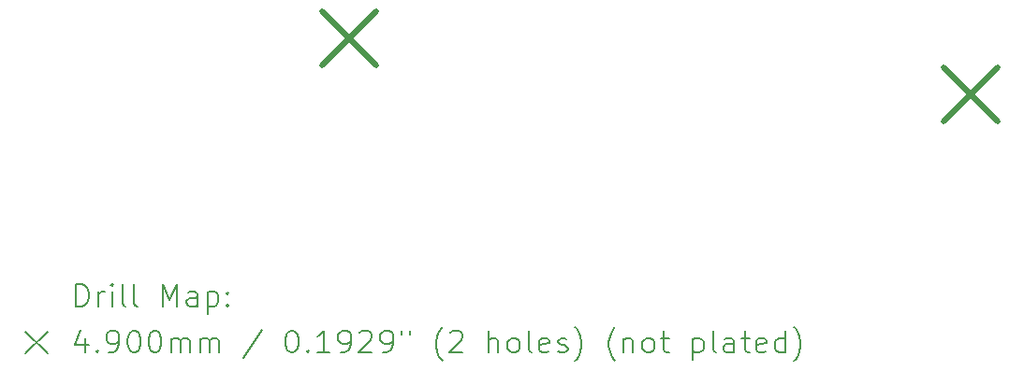
<source format=gbr>
%TF.GenerationSoftware,KiCad,Pcbnew,(6.0.9)*%
%TF.CreationDate,2024-04-26T19:01:18+02:00*%
%TF.ProjectId,Cartucho_MSX_LCD_Tang_Nano_20k,43617274-7563-4686-9f5f-4d53585f4c43,rev?*%
%TF.SameCoordinates,Original*%
%TF.FileFunction,Drillmap*%
%TF.FilePolarity,Positive*%
%FSLAX45Y45*%
G04 Gerber Fmt 4.5, Leading zero omitted, Abs format (unit mm)*
G04 Created by KiCad (PCBNEW (6.0.9)) date 2024-04-26 19:01:18*
%MOMM*%
%LPD*%
G01*
G04 APERTURE LIST*
%ADD10C,0.200000*%
%ADD11C,0.490000*%
G04 APERTURE END LIST*
D10*
D11*
X8121000Y-13779500D02*
X8611000Y-14269500D01*
X8611000Y-13779500D02*
X8121000Y-14269500D01*
X13741000Y-14289500D02*
X14231000Y-14779500D01*
X14231000Y-14289500D02*
X13741000Y-14779500D01*
D10*
X5896419Y-16452176D02*
X5896419Y-16252176D01*
X5944038Y-16252176D01*
X5972609Y-16261700D01*
X5991657Y-16280748D01*
X6001181Y-16299795D01*
X6010705Y-16337890D01*
X6010705Y-16366462D01*
X6001181Y-16404557D01*
X5991657Y-16423605D01*
X5972609Y-16442652D01*
X5944038Y-16452176D01*
X5896419Y-16452176D01*
X6096419Y-16452176D02*
X6096419Y-16318843D01*
X6096419Y-16356938D02*
X6105943Y-16337890D01*
X6115467Y-16328367D01*
X6134514Y-16318843D01*
X6153562Y-16318843D01*
X6220228Y-16452176D02*
X6220228Y-16318843D01*
X6220228Y-16252176D02*
X6210705Y-16261700D01*
X6220228Y-16271224D01*
X6229752Y-16261700D01*
X6220228Y-16252176D01*
X6220228Y-16271224D01*
X6344038Y-16452176D02*
X6324990Y-16442652D01*
X6315467Y-16423605D01*
X6315467Y-16252176D01*
X6448800Y-16452176D02*
X6429752Y-16442652D01*
X6420228Y-16423605D01*
X6420228Y-16252176D01*
X6677371Y-16452176D02*
X6677371Y-16252176D01*
X6744038Y-16395033D01*
X6810705Y-16252176D01*
X6810705Y-16452176D01*
X6991657Y-16452176D02*
X6991657Y-16347414D01*
X6982133Y-16328367D01*
X6963086Y-16318843D01*
X6924990Y-16318843D01*
X6905943Y-16328367D01*
X6991657Y-16442652D02*
X6972609Y-16452176D01*
X6924990Y-16452176D01*
X6905943Y-16442652D01*
X6896419Y-16423605D01*
X6896419Y-16404557D01*
X6905943Y-16385509D01*
X6924990Y-16375986D01*
X6972609Y-16375986D01*
X6991657Y-16366462D01*
X7086895Y-16318843D02*
X7086895Y-16518843D01*
X7086895Y-16328367D02*
X7105943Y-16318843D01*
X7144038Y-16318843D01*
X7163086Y-16328367D01*
X7172609Y-16337890D01*
X7182133Y-16356938D01*
X7182133Y-16414081D01*
X7172609Y-16433128D01*
X7163086Y-16442652D01*
X7144038Y-16452176D01*
X7105943Y-16452176D01*
X7086895Y-16442652D01*
X7267848Y-16433128D02*
X7277371Y-16442652D01*
X7267848Y-16452176D01*
X7258324Y-16442652D01*
X7267848Y-16433128D01*
X7267848Y-16452176D01*
X7267848Y-16328367D02*
X7277371Y-16337890D01*
X7267848Y-16347414D01*
X7258324Y-16337890D01*
X7267848Y-16328367D01*
X7267848Y-16347414D01*
X5438800Y-16681700D02*
X5638800Y-16881700D01*
X5638800Y-16681700D02*
X5438800Y-16881700D01*
X5982133Y-16738843D02*
X5982133Y-16872176D01*
X5934514Y-16662652D02*
X5886895Y-16805510D01*
X6010705Y-16805510D01*
X6086895Y-16853129D02*
X6096419Y-16862652D01*
X6086895Y-16872176D01*
X6077371Y-16862652D01*
X6086895Y-16853129D01*
X6086895Y-16872176D01*
X6191657Y-16872176D02*
X6229752Y-16872176D01*
X6248800Y-16862652D01*
X6258324Y-16853129D01*
X6277371Y-16824557D01*
X6286895Y-16786462D01*
X6286895Y-16710271D01*
X6277371Y-16691224D01*
X6267848Y-16681700D01*
X6248800Y-16672176D01*
X6210705Y-16672176D01*
X6191657Y-16681700D01*
X6182133Y-16691224D01*
X6172609Y-16710271D01*
X6172609Y-16757890D01*
X6182133Y-16776938D01*
X6191657Y-16786462D01*
X6210705Y-16795986D01*
X6248800Y-16795986D01*
X6267848Y-16786462D01*
X6277371Y-16776938D01*
X6286895Y-16757890D01*
X6410705Y-16672176D02*
X6429752Y-16672176D01*
X6448800Y-16681700D01*
X6458324Y-16691224D01*
X6467848Y-16710271D01*
X6477371Y-16748367D01*
X6477371Y-16795986D01*
X6467848Y-16834081D01*
X6458324Y-16853129D01*
X6448800Y-16862652D01*
X6429752Y-16872176D01*
X6410705Y-16872176D01*
X6391657Y-16862652D01*
X6382133Y-16853129D01*
X6372609Y-16834081D01*
X6363086Y-16795986D01*
X6363086Y-16748367D01*
X6372609Y-16710271D01*
X6382133Y-16691224D01*
X6391657Y-16681700D01*
X6410705Y-16672176D01*
X6601181Y-16672176D02*
X6620228Y-16672176D01*
X6639276Y-16681700D01*
X6648800Y-16691224D01*
X6658324Y-16710271D01*
X6667848Y-16748367D01*
X6667848Y-16795986D01*
X6658324Y-16834081D01*
X6648800Y-16853129D01*
X6639276Y-16862652D01*
X6620228Y-16872176D01*
X6601181Y-16872176D01*
X6582133Y-16862652D01*
X6572609Y-16853129D01*
X6563086Y-16834081D01*
X6553562Y-16795986D01*
X6553562Y-16748367D01*
X6563086Y-16710271D01*
X6572609Y-16691224D01*
X6582133Y-16681700D01*
X6601181Y-16672176D01*
X6753562Y-16872176D02*
X6753562Y-16738843D01*
X6753562Y-16757890D02*
X6763086Y-16748367D01*
X6782133Y-16738843D01*
X6810705Y-16738843D01*
X6829752Y-16748367D01*
X6839276Y-16767414D01*
X6839276Y-16872176D01*
X6839276Y-16767414D02*
X6848800Y-16748367D01*
X6867848Y-16738843D01*
X6896419Y-16738843D01*
X6915467Y-16748367D01*
X6924990Y-16767414D01*
X6924990Y-16872176D01*
X7020228Y-16872176D02*
X7020228Y-16738843D01*
X7020228Y-16757890D02*
X7029752Y-16748367D01*
X7048800Y-16738843D01*
X7077371Y-16738843D01*
X7096419Y-16748367D01*
X7105943Y-16767414D01*
X7105943Y-16872176D01*
X7105943Y-16767414D02*
X7115467Y-16748367D01*
X7134514Y-16738843D01*
X7163086Y-16738843D01*
X7182133Y-16748367D01*
X7191657Y-16767414D01*
X7191657Y-16872176D01*
X7582133Y-16662652D02*
X7410705Y-16919795D01*
X7839276Y-16672176D02*
X7858324Y-16672176D01*
X7877371Y-16681700D01*
X7886895Y-16691224D01*
X7896419Y-16710271D01*
X7905943Y-16748367D01*
X7905943Y-16795986D01*
X7896419Y-16834081D01*
X7886895Y-16853129D01*
X7877371Y-16862652D01*
X7858324Y-16872176D01*
X7839276Y-16872176D01*
X7820228Y-16862652D01*
X7810705Y-16853129D01*
X7801181Y-16834081D01*
X7791657Y-16795986D01*
X7791657Y-16748367D01*
X7801181Y-16710271D01*
X7810705Y-16691224D01*
X7820228Y-16681700D01*
X7839276Y-16672176D01*
X7991657Y-16853129D02*
X8001181Y-16862652D01*
X7991657Y-16872176D01*
X7982133Y-16862652D01*
X7991657Y-16853129D01*
X7991657Y-16872176D01*
X8191657Y-16872176D02*
X8077371Y-16872176D01*
X8134514Y-16872176D02*
X8134514Y-16672176D01*
X8115467Y-16700748D01*
X8096419Y-16719795D01*
X8077371Y-16729319D01*
X8286895Y-16872176D02*
X8324990Y-16872176D01*
X8344038Y-16862652D01*
X8353562Y-16853129D01*
X8372609Y-16824557D01*
X8382133Y-16786462D01*
X8382133Y-16710271D01*
X8372609Y-16691224D01*
X8363086Y-16681700D01*
X8344038Y-16672176D01*
X8305943Y-16672176D01*
X8286895Y-16681700D01*
X8277371Y-16691224D01*
X8267848Y-16710271D01*
X8267848Y-16757890D01*
X8277371Y-16776938D01*
X8286895Y-16786462D01*
X8305943Y-16795986D01*
X8344038Y-16795986D01*
X8363086Y-16786462D01*
X8372609Y-16776938D01*
X8382133Y-16757890D01*
X8458324Y-16691224D02*
X8467848Y-16681700D01*
X8486895Y-16672176D01*
X8534514Y-16672176D01*
X8553562Y-16681700D01*
X8563086Y-16691224D01*
X8572610Y-16710271D01*
X8572610Y-16729319D01*
X8563086Y-16757890D01*
X8448800Y-16872176D01*
X8572610Y-16872176D01*
X8667848Y-16872176D02*
X8705943Y-16872176D01*
X8724990Y-16862652D01*
X8734514Y-16853129D01*
X8753562Y-16824557D01*
X8763086Y-16786462D01*
X8763086Y-16710271D01*
X8753562Y-16691224D01*
X8744038Y-16681700D01*
X8724990Y-16672176D01*
X8686895Y-16672176D01*
X8667848Y-16681700D01*
X8658324Y-16691224D01*
X8648800Y-16710271D01*
X8648800Y-16757890D01*
X8658324Y-16776938D01*
X8667848Y-16786462D01*
X8686895Y-16795986D01*
X8724990Y-16795986D01*
X8744038Y-16786462D01*
X8753562Y-16776938D01*
X8763086Y-16757890D01*
X8839276Y-16672176D02*
X8839276Y-16710271D01*
X8915467Y-16672176D02*
X8915467Y-16710271D01*
X9210705Y-16948367D02*
X9201181Y-16938843D01*
X9182133Y-16910271D01*
X9172610Y-16891224D01*
X9163086Y-16862652D01*
X9153562Y-16815033D01*
X9153562Y-16776938D01*
X9163086Y-16729319D01*
X9172610Y-16700748D01*
X9182133Y-16681700D01*
X9201181Y-16653128D01*
X9210705Y-16643605D01*
X9277371Y-16691224D02*
X9286895Y-16681700D01*
X9305943Y-16672176D01*
X9353562Y-16672176D01*
X9372610Y-16681700D01*
X9382133Y-16691224D01*
X9391657Y-16710271D01*
X9391657Y-16729319D01*
X9382133Y-16757890D01*
X9267848Y-16872176D01*
X9391657Y-16872176D01*
X9629752Y-16872176D02*
X9629752Y-16672176D01*
X9715467Y-16872176D02*
X9715467Y-16767414D01*
X9705943Y-16748367D01*
X9686895Y-16738843D01*
X9658324Y-16738843D01*
X9639276Y-16748367D01*
X9629752Y-16757890D01*
X9839276Y-16872176D02*
X9820229Y-16862652D01*
X9810705Y-16853129D01*
X9801181Y-16834081D01*
X9801181Y-16776938D01*
X9810705Y-16757890D01*
X9820229Y-16748367D01*
X9839276Y-16738843D01*
X9867848Y-16738843D01*
X9886895Y-16748367D01*
X9896419Y-16757890D01*
X9905943Y-16776938D01*
X9905943Y-16834081D01*
X9896419Y-16853129D01*
X9886895Y-16862652D01*
X9867848Y-16872176D01*
X9839276Y-16872176D01*
X10020229Y-16872176D02*
X10001181Y-16862652D01*
X9991657Y-16843605D01*
X9991657Y-16672176D01*
X10172610Y-16862652D02*
X10153562Y-16872176D01*
X10115467Y-16872176D01*
X10096419Y-16862652D01*
X10086895Y-16843605D01*
X10086895Y-16767414D01*
X10096419Y-16748367D01*
X10115467Y-16738843D01*
X10153562Y-16738843D01*
X10172610Y-16748367D01*
X10182133Y-16767414D01*
X10182133Y-16786462D01*
X10086895Y-16805510D01*
X10258324Y-16862652D02*
X10277371Y-16872176D01*
X10315467Y-16872176D01*
X10334514Y-16862652D01*
X10344038Y-16843605D01*
X10344038Y-16834081D01*
X10334514Y-16815033D01*
X10315467Y-16805510D01*
X10286895Y-16805510D01*
X10267848Y-16795986D01*
X10258324Y-16776938D01*
X10258324Y-16767414D01*
X10267848Y-16748367D01*
X10286895Y-16738843D01*
X10315467Y-16738843D01*
X10334514Y-16748367D01*
X10410705Y-16948367D02*
X10420229Y-16938843D01*
X10439276Y-16910271D01*
X10448800Y-16891224D01*
X10458324Y-16862652D01*
X10467848Y-16815033D01*
X10467848Y-16776938D01*
X10458324Y-16729319D01*
X10448800Y-16700748D01*
X10439276Y-16681700D01*
X10420229Y-16653128D01*
X10410705Y-16643605D01*
X10772610Y-16948367D02*
X10763086Y-16938843D01*
X10744038Y-16910271D01*
X10734514Y-16891224D01*
X10724990Y-16862652D01*
X10715467Y-16815033D01*
X10715467Y-16776938D01*
X10724990Y-16729319D01*
X10734514Y-16700748D01*
X10744038Y-16681700D01*
X10763086Y-16653128D01*
X10772610Y-16643605D01*
X10848800Y-16738843D02*
X10848800Y-16872176D01*
X10848800Y-16757890D02*
X10858324Y-16748367D01*
X10877371Y-16738843D01*
X10905943Y-16738843D01*
X10924990Y-16748367D01*
X10934514Y-16767414D01*
X10934514Y-16872176D01*
X11058324Y-16872176D02*
X11039276Y-16862652D01*
X11029752Y-16853129D01*
X11020229Y-16834081D01*
X11020229Y-16776938D01*
X11029752Y-16757890D01*
X11039276Y-16748367D01*
X11058324Y-16738843D01*
X11086895Y-16738843D01*
X11105943Y-16748367D01*
X11115467Y-16757890D01*
X11124990Y-16776938D01*
X11124990Y-16834081D01*
X11115467Y-16853129D01*
X11105943Y-16862652D01*
X11086895Y-16872176D01*
X11058324Y-16872176D01*
X11182133Y-16738843D02*
X11258324Y-16738843D01*
X11210705Y-16672176D02*
X11210705Y-16843605D01*
X11220228Y-16862652D01*
X11239276Y-16872176D01*
X11258324Y-16872176D01*
X11477371Y-16738843D02*
X11477371Y-16938843D01*
X11477371Y-16748367D02*
X11496419Y-16738843D01*
X11534514Y-16738843D01*
X11553562Y-16748367D01*
X11563086Y-16757890D01*
X11572609Y-16776938D01*
X11572609Y-16834081D01*
X11563086Y-16853129D01*
X11553562Y-16862652D01*
X11534514Y-16872176D01*
X11496419Y-16872176D01*
X11477371Y-16862652D01*
X11686895Y-16872176D02*
X11667848Y-16862652D01*
X11658324Y-16843605D01*
X11658324Y-16672176D01*
X11848800Y-16872176D02*
X11848800Y-16767414D01*
X11839276Y-16748367D01*
X11820228Y-16738843D01*
X11782133Y-16738843D01*
X11763086Y-16748367D01*
X11848800Y-16862652D02*
X11829752Y-16872176D01*
X11782133Y-16872176D01*
X11763086Y-16862652D01*
X11753562Y-16843605D01*
X11753562Y-16824557D01*
X11763086Y-16805510D01*
X11782133Y-16795986D01*
X11829752Y-16795986D01*
X11848800Y-16786462D01*
X11915467Y-16738843D02*
X11991657Y-16738843D01*
X11944038Y-16672176D02*
X11944038Y-16843605D01*
X11953562Y-16862652D01*
X11972609Y-16872176D01*
X11991657Y-16872176D01*
X12134514Y-16862652D02*
X12115467Y-16872176D01*
X12077371Y-16872176D01*
X12058324Y-16862652D01*
X12048800Y-16843605D01*
X12048800Y-16767414D01*
X12058324Y-16748367D01*
X12077371Y-16738843D01*
X12115467Y-16738843D01*
X12134514Y-16748367D01*
X12144038Y-16767414D01*
X12144038Y-16786462D01*
X12048800Y-16805510D01*
X12315467Y-16872176D02*
X12315467Y-16672176D01*
X12315467Y-16862652D02*
X12296419Y-16872176D01*
X12258324Y-16872176D01*
X12239276Y-16862652D01*
X12229752Y-16853129D01*
X12220228Y-16834081D01*
X12220228Y-16776938D01*
X12229752Y-16757890D01*
X12239276Y-16748367D01*
X12258324Y-16738843D01*
X12296419Y-16738843D01*
X12315467Y-16748367D01*
X12391657Y-16948367D02*
X12401181Y-16938843D01*
X12420228Y-16910271D01*
X12429752Y-16891224D01*
X12439276Y-16862652D01*
X12448800Y-16815033D01*
X12448800Y-16776938D01*
X12439276Y-16729319D01*
X12429752Y-16700748D01*
X12420228Y-16681700D01*
X12401181Y-16653128D01*
X12391657Y-16643605D01*
M02*

</source>
